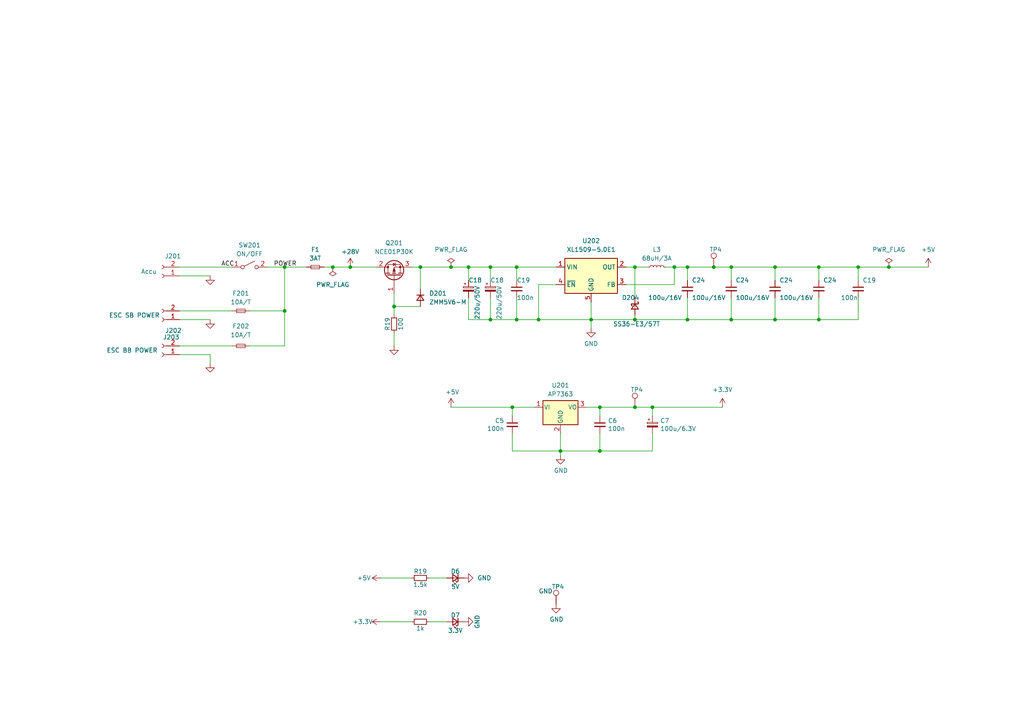
<source format=kicad_sch>
(kicad_sch (version 20231120) (generator "eeschema") (generator_version "8.0")
  (paper "A4")
  (lib_symbols
    (symbol "Confocal:AP7363" (pin_names (offset 0.254))
      (property "Reference" "U203" (at 0 6.35 0))
      (property "Value" "AP7363" (at 0 3.81 0))
      (symbol "AP7363_0_1"
        (rectangle (start -5.08 -5.08) (end 5.08 1.905) (stroke (width 0.254)) (fill (type background)))
      )
      (symbol "AP7363_1_1"
        (pin power_in line (at -7.62 0 0) (length 2.54) (name "VI") (number "1"))
        (pin power_in line (at 0 -7.62 90) (length 2.54) (name "GND") (number "2"))
        (pin power_out line (at 7.62 0 180) (length 2.54) (name "VO") (number "3"))
      )
    )
    (symbol "Connector:Conn_01x02_Socket" (pin_names (offset 1.016) hide)
      (property "Reference" "J" (at 0 2.54 0))
      (property "Value" "Conn_01x02_Socket" (at 0 -5.08 0))
      (symbol "Conn_01x02_Socket_1_1"
        (arc (start 0 -2.032) (mid -0.5058 -2.54) (end 0 -3.048) (stroke (width 0.1524)))
        (polyline (pts (xy -1.27 -2.54) (xy -0.508 -2.54)) (stroke (width 0.1524)))
        (polyline (pts (xy -1.27 0) (xy -0.508 0)) (stroke (width 0.1524)))
        (arc (start 0 0.508) (mid -0.5058 0) (end 0 -0.508) (stroke (width 0.1524)))
        (pin passive line (at -5.08 0 0) (length 3.81) (name "Pin_1") (number "1"))
        (pin passive line (at -5.08 -2.54 0) (length 3.81) (name "Pin_2") (number "2"))
      )
    )
    (symbol "Connector:TestPoint" (pin_numbers hide) (pin_names (offset 0.762) hide)
      (property "Reference" "TP" (at 0 6.858 0))
      (property "Value" "TestPoint" (at 0 5.08 0))
      (symbol "TestPoint_0_1"
        (circle (center 0 3.302) (radius 0.762))
      )
      (symbol "TestPoint_1_1"
        (pin passive line (at 0 0 90) (length 2.54) (name "1") (number "1"))
      )
    )
    (symbol "Device:CP_Small" (pin_numbers hide) (pin_names (offset 0.254) hide)
      (property "Reference" "C" (at 0.254 1.778 0))
      (property "Value" "Device_CP_Small" (at 0.254 -2.032 0))
      (symbol "CP_Small_0_1"
        (rectangle (start -1.524 -0.3048) (end 1.524 -0.6858) (fill (type outline)))
        (rectangle (start -1.524 0.6858) (end 1.524 0.3048))
        (polyline (pts (xy -1.27 1.524) (xy -0.762 1.524)))
        (polyline (pts (xy -1.016 1.27) (xy -1.016 1.778)))
      )
      (symbol "CP_Small_1_1"
        (pin passive line (at 0 2.54 270) (length 1.8542) (name "~") (number "1"))
        (pin passive line (at 0 -2.54 90) (length 1.8542) (name "~") (number "2"))
      )
    )
    (symbol "Device:C_Polarized_Small" (pin_numbers hide) (pin_names (offset 0.254) hide)
      (property "Reference" "C" (at 0.254 1.778 0))
      (property "Value" "C_Polarized_Small" (at 0.254 -2.032 0))
      (symbol "C_Polarized_Small_0_1"
        (rectangle (start -1.524 -0.3048) (end 1.524 -0.6858) (fill (type outline)))
        (rectangle (start -1.524 0.6858) (end 1.524 0.3048))
        (polyline (pts (xy -1.27 1.524) (xy -0.762 1.524)))
        (polyline (pts (xy -1.016 1.27) (xy -1.016 1.778)))
      )
      (symbol "C_Polarized_Small_1_1"
        (pin passive line (at 0 2.54 270) (length 1.8542) (name "~") (number "1"))
        (pin passive line (at 0 -2.54 90) (length 1.8542) (name "~") (number "2"))
      )
    )
    (symbol "Device:C_Small" (pin_numbers hide) (pin_names (offset 0.254) hide)
      (property "Reference" "C" (at 0.254 1.778 0))
      (property "Value" "C_Small" (at 0.254 -2.032 0))
      (symbol "C_Small_0_1"
        (polyline (pts (xy -1.524 -0.508) (xy 1.524 -0.508)) (stroke (width 0.3302)))
        (polyline (pts (xy -1.524 0.508) (xy 1.524 0.508)) (stroke (width 0.3048)))
      )
      (symbol "C_Small_1_1"
        (pin passive line (at 0 2.54 270) (length 2.032) (name "~") (number "1"))
        (pin passive line (at 0 -2.54 90) (length 2.032) (name "~") (number "2"))
      )
    )
    (symbol "Device:D_Schottky_Small" (pin_numbers hide) (pin_names (offset 0.254) hide)
      (property "Reference" "D" (at -1.27 2.032 0))
      (property "Value" "D_Schottky_Small" (at -7.112 -2.032 0))
      (symbol "D_Schottky_Small_0_1"
        (polyline (pts (xy -0.762 0) (xy 0.762 0)))
        (polyline (pts (xy 0.762 -1.016) (xy -0.762 0) (xy 0.762 1.016) (xy 0.762 -1.016)) (stroke (width 0.254)))
        (polyline (pts (xy -1.27 0.762) (xy -1.27 1.016) (xy -0.762 1.016) (xy -0.762 -1.016) (xy -0.254 -1.016) (xy -0.254 -0.762)) (stroke (width 0.254)))
      )
      (symbol "D_Schottky_Small_1_1"
        (pin passive line (at -2.54 0 0) (length 1.778) (name "K") (number "1"))
        (pin passive line (at 2.54 0 180) (length 1.778) (name "A") (number "2"))
      )
    )
    (symbol "Device:D_Small" (pin_numbers hide) (pin_names (offset 0.254) hide)
      (property "Reference" "D" (at -1.27 2.032 0))
      (property "Value" "D_Small" (at -3.81 -2.032 0))
      (symbol "D_Small_0_1"
        (polyline (pts (xy -0.762 -1.016) (xy -0.762 1.016)) (stroke (width 0.254)))
        (polyline (pts (xy -0.762 0) (xy 0.762 0)))
        (polyline (pts (xy 0.762 -1.016) (xy -0.762 0) (xy 0.762 1.016) (xy 0.762 -1.016)) (stroke (width 0.254)))
      )
      (symbol "D_Small_1_1"
        (pin passive line (at -2.54 0 0) (length 1.778) (name "K") (number "1"))
        (pin passive line (at 2.54 0 180) (length 1.778) (name "A") (number "2"))
      )
    )
    (symbol "Device:Fuse_Small" (pin_numbers hide) (pin_names (offset 0.254) hide)
      (property "Reference" "F" (at 0 -1.524 0))
      (property "Value" "Fuse_Small" (at 0 1.524 0))
      (symbol "Fuse_Small_0_1"
        (rectangle (start -1.27 0.508) (end 1.27 -0.508))
        (polyline (pts (xy -1.27 0) (xy 1.27 0)))
      )
      (symbol "Fuse_Small_1_1"
        (pin passive line (at -2.54 0 0) (length 1.27) (name "~") (number "1"))
        (pin passive line (at 2.54 0 180) (length 1.27) (name "~") (number "2"))
      )
    )
    (symbol "Device:LED_Small" (pin_numbers hide) (pin_names (offset 0.254) hide)
      (property "Reference" "D" (at -1.27 3.175 0))
      (property "Value" "LED_Small" (at -4.445 -2.54 0))
      (symbol "LED_Small_0_1"
        (polyline (pts (xy -0.762 -1.016) (xy -0.762 1.016)) (stroke (width 0.254)))
        (polyline (pts (xy 1.016 0) (xy -0.762 0)))
        (polyline (pts (xy 0.762 -1.016) (xy -0.762 0) (xy 0.762 1.016) (xy 0.762 -1.016)) (stroke (width 0.254)))
        (polyline (pts (xy 0 0.762) (xy -0.508 1.27) (xy -0.254 1.27) (xy -0.508 1.27) (xy -0.508 1.016)))
        (polyline (pts (xy 0.508 1.27) (xy 0 1.778) (xy 0.254 1.778) (xy 0 1.778) (xy 0 1.524)))
      )
      (symbol "LED_Small_1_1"
        (pin passive line (at -2.54 0 0) (length 1.778) (name "K") (number "1"))
        (pin passive line (at 2.54 0 180) (length 1.778) (name "A") (number "2"))
      )
    )
    (symbol "Device:L_Small" (pin_numbers hide) (pin_names (offset 0.254) hide)
      (property "Reference" "L" (at 0.762 1.016 0))
      (property "Value" "L_Small" (at 0.762 -1.016 0))
      (symbol "L_Small_0_1"
        (arc (start 0 -2.032) (mid 0.5058 -1.524) (end 0 -1.016))
        (arc (start 0 -1.016) (mid 0.5058 -0.508) (end 0 0))
        (arc (start 0 0) (mid 0.5058 0.508) (end 0 1.016))
        (arc (start 0 1.016) (mid 0.5058 1.524) (end 0 2.032))
      )
      (symbol "L_Small_1_1"
        (pin passive line (at 0 2.54 270) (length 0.508) (name "~") (number "1"))
        (pin passive line (at 0 -2.54 90) (length 0.508) (name "~") (number "2"))
      )
    )
    (symbol "Device:Q_PMOS_GDS" (pin_names (offset 0) hide)
      (property "Reference" "Q" (at 5.08 1.27 0))
      (property "Value" "Q_PMOS_GDS" (at 5.08 -1.27 0))
      (symbol "Q_PMOS_GDS_0_1"
        (polyline (pts (xy 0.254 0) (xy -2.54 0)))
        (polyline (pts (xy 0.254 1.905) (xy 0.254 -1.905)) (stroke (width 0.254)))
        (polyline (pts (xy 0.762 -1.27) (xy 0.762 -2.286)) (stroke (width 0.254)))
        (polyline (pts (xy 0.762 0.508) (xy 0.762 -0.508)) (stroke (width 0.254)))
        (polyline (pts (xy 0.762 2.286) (xy 0.762 1.27)) (stroke (width 0.254)))
        (polyline (pts (xy 2.54 2.54) (xy 2.54 1.778)))
        (polyline (pts (xy 2.54 -2.54) (xy 2.54 0) (xy 0.762 0)))
        (polyline (pts (xy 0.762 1.778) (xy 3.302 1.778) (xy 3.302 -1.778) (xy 0.762 -1.778)))
        (polyline (pts (xy 2.286 0) (xy 1.27 0.381) (xy 1.27 -0.381) (xy 2.286 0)) (fill (type outline)))
        (polyline (pts (xy 2.794 -0.508) (xy 2.921 -0.381) (xy 3.683 -0.381) (xy 3.81 -0.254)))
        (polyline (pts (xy 3.302 -0.381) (xy 2.921 0.254) (xy 3.683 0.254) (xy 3.302 -0.381)))
        (circle (center 1.651 0) (radius 2.794) (stroke (width 0.254)))
        (circle (center 2.54 -1.778) (radius 0.254) (fill (type outline)))
        (circle (center 2.54 1.778) (radius 0.254) (fill (type outline)))
      )
      (symbol "Q_PMOS_GDS_1_1"
        (pin input line (at -5.08 0 0) (length 2.54) (name "G") (number "1"))
        (pin passive line (at 2.54 5.08 270) (length 2.54) (name "D") (number "2"))
        (pin passive line (at 2.54 -5.08 90) (length 2.54) (name "S") (number "3"))
      )
    )
    (symbol "Device:R_Small" (pin_numbers hide) (pin_names (offset 0.254) hide)
      (property "Reference" "R" (at 0.762 0.508 0))
      (property "Value" "R_Small" (at 0.762 -1.016 0))
      (symbol "R_Small_0_1"
        (rectangle (start -0.762 1.778) (end 0.762 -1.778) (stroke (width 0.2032)))
      )
      (symbol "R_Small_1_1"
        (pin passive line (at 0 2.54 270) (length 0.762) (name "~") (number "1"))
        (pin passive line (at 0 -2.54 90) (length 0.762) (name "~") (number "2"))
      )
    )
    (symbol "Regulator_Switching:XL1509-5.0"
      (property "Reference" "U" (at -7.112 6.096 0))
      (property "Value" "XL1509-5.0" (at 5.842 6.096 0))
      (symbol "XL1509-5.0_0_1"
        (rectangle (start -7.62 5.08) (end 7.62 -5.08) (stroke (width 0.254)) (fill (type background)))
      )
      (symbol "XL1509-5.0_1_1"
        (pin power_in line (at -10.16 2.54 0) (length 2.54) (name "VIN") (number "1"))
        (pin power_out line (at 10.16 2.54 180) (length 2.54) (name "OUT") (number "2"))
        (pin input line (at 10.16 -2.54 180) (length 2.54) (name "FB") (number "3"))
        (pin input line (at -10.16 -2.54 0) (length 2.54) (name "~{EN}") (number "4"))
        (pin power_in line (at 0 -7.62 90) (length 2.54) (name "GND") (number "5"))
        (pin passive line (at 0 -7.62 90) (length 2.54) hide (name "GND") (number "6"))
        (pin passive line (at 0 -7.62 90) (length 2.54) hide (name "GND") (number "7"))
        (pin passive line (at 0 -7.62 90) (length 2.54) hide (name "GND") (number "8"))
      )
    )
    (symbol "Switch:SW_SPST" (pin_names (offset 0) hide)
      (property "Reference" "SW" (at 0 3.175 0))
      (property "Value" "SW_SPST" (at 0 -2.54 0))
      (symbol "SW_SPST_0_0"
        (circle (center -2.032 0) (radius 0.508))
        (polyline (pts (xy -1.524 0.254) (xy 1.524 1.778)))
        (circle (center 2.032 0) (radius 0.508))
      )
      (symbol "SW_SPST_1_1"
        (pin passive line (at -5.08 0 0) (length 2.54) (name "A") (number "1"))
        (pin passive line (at 5.08 0 180) (length 2.54) (name "B") (number "2"))
      )
    )
    (symbol "power:+28V" (power) (pin_names (offset 0))
      (property "Value" "+28V" (at 0 3.81 0))
      (symbol "+28V_0_1"
        (polyline (pts (xy -0.762 1.27) (xy 0 2.54)))
        (polyline (pts (xy 0 0) (xy 0 2.54)))
        (polyline (pts (xy 0 2.54) (xy 0.762 1.27)))
      )
      (symbol "+28V_1_1"
        (pin power_in line (at 0 0 90) (length 0) hide (name "+28V") (number "1"))
      )
    )
    (symbol "power:+3.3V" (power) (pin_names (offset 0))
      (property "Value" "+3.3V" (at 0 3.556 0))
      (symbol "+3.3V_0_1"
        (polyline (pts (xy -0.762 1.27) (xy 0 2.54)))
        (polyline (pts (xy 0 0) (xy 0 2.54)))
        (polyline (pts (xy 0 2.54) (xy 0.762 1.27)))
      )
      (symbol "+3.3V_1_1"
        (pin power_in line (at 0 0 90) (length 0) hide (name "+3.3V") (number "1"))
      )
    )
    (symbol "power:+5V" (power) (pin_names (offset 0))
      (property "Value" "+5V" (at 0 3.556 0))
      (symbol "+5V_0_1"
        (polyline (pts (xy -0.762 1.27) (xy 0 2.54)))
        (polyline (pts (xy 0 0) (xy 0 2.54)))
        (polyline (pts (xy 0 2.54) (xy 0.762 1.27)))
      )
      (symbol "+5V_1_1"
        (pin power_in line (at 0 0 90) (length 0) hide (name "+5V") (number "1"))
      )
    )
    (symbol "power:GND" (power) (pin_names (offset 0))
      (property "Value" "GND" (at 0 -3.81 0))
      (symbol "GND_0_1"
        (polyline (pts (xy 0 0) (xy 0 -1.27) (xy 1.27 -1.27) (xy 0 -2.54) (xy -1.27 -1.27) (xy 0 -1.27)))
      )
      (symbol "GND_1_1"
        (pin power_in line (at 0 0 270) (length 0) hide (name "GND") (number "1"))
      )
    )
    (symbol "power:PWR_FLAG" (power) (pin_numbers hide) (pin_names (offset 0) hide)
      (property "Value" "PWR_FLAG" (at 0 3.81 0))
      (symbol "PWR_FLAG_0_0"
        (pin power_out line (at 0 0 90) (length 0) (name "pwr") (number "1"))
      )
      (symbol "PWR_FLAG_0_1"
        (polyline (pts (xy 0 0) (xy 0 1.27) (xy -1.016 1.905) (xy 0 2.54) (xy 1.016 1.905) (xy 0 1.27)))
      )
    )
  )
  (junction (at 224.79 77.47))
  (junction (at 135.89 77.47))
  (junction (at 207.01 77.47))
  (junction (at 149.86 77.47))
  (junction (at 114.3 88.9))
  (junction (at 257.81 77.47))
  (junction (at 142.24 92.71))
  (junction (at 173.99 118.11))
  (junction (at 237.49 77.47))
  (junction (at 82.55 77.47))
  (junction (at 121.92 77.47))
  (junction (at 149.86 92.71))
  (junction (at 212.09 92.71))
  (junction (at 224.79 92.71))
  (junction (at 184.15 118.11))
  (junction (at 199.39 77.47))
  (junction (at 173.99 130.81))
  (junction (at 212.09 77.47))
  (junction (at 189.23 118.11))
  (junction (at 195.58 77.47))
  (junction (at 156.21 92.71))
  (junction (at 248.92 77.47))
  (junction (at 199.39 92.71))
  (junction (at 101.6 77.47))
  (junction (at 171.45 92.71))
  (junction (at 162.56 130.81))
  (junction (at 82.55 90.17))
  (junction (at 130.81 77.47))
  (junction (at 148.59 118.11))
  (junction (at 237.49 92.71))
  (junction (at 96.52 77.47))
  (junction (at 184.15 77.47))
  (junction (at 142.24 77.47))
  (junction (at 184.15 92.71))
  (wire (pts (xy 124.46 180.34) (xy 129.54 180.34)))
  (wire (pts (xy 193.04 77.47) (xy 195.58 77.47)))
  (wire (pts (xy 171.45 87.63) (xy 171.45 92.71)))
  (wire (pts (xy 212.09 92.71) (xy 224.79 92.71)))
  (wire (pts (xy 184.15 91.44) (xy 184.15 92.71)))
  (wire (pts (xy 101.6 77.47) (xy 109.22 77.47)))
  (wire (pts (xy 52.07 102.87) (xy 60.96 102.87)))
  (wire (pts (xy 77.47 77.47) (xy 82.55 77.47)))
  (wire (pts (xy 248.92 92.71) (xy 248.92 86.36)))
  (wire (pts (xy 142.24 77.47) (xy 135.89 77.47)))
  (wire (pts (xy 119.38 77.47) (xy 121.92 77.47)))
  (wire (pts (xy 52.07 77.47) (xy 67.31 77.47)))
  (wire (pts (xy 173.99 118.11) (xy 184.15 118.11)))
  (wire (pts (xy 237.49 77.47) (xy 248.92 77.47)))
  (wire (pts (xy 173.99 120.65) (xy 173.99 118.11)))
  (wire (pts (xy 156.21 82.55) (xy 156.21 92.71)))
  (wire (pts (xy 52.07 92.71) (xy 60.96 92.71)))
  (wire (pts (xy 224.79 92.71) (xy 237.49 92.71)))
  (wire (pts (xy 142.24 77.47) (xy 142.24 81.28)))
  (wire (pts (xy 149.86 77.47) (xy 149.86 81.28)))
  (wire (pts (xy 60.96 102.87) (xy 60.96 105.41)))
  (wire (pts (xy 224.79 86.36) (xy 224.79 92.71)))
  (wire (pts (xy 52.07 100.33) (xy 67.31 100.33)))
  (wire (pts (xy 142.24 77.47) (xy 149.86 77.47)))
  (wire (pts (xy 114.3 96.52) (xy 114.3 100.33)))
  (wire (pts (xy 173.99 125.73) (xy 173.99 130.81)))
  (wire (pts (xy 199.39 92.71) (xy 212.09 92.71)))
  (wire (pts (xy 114.3 88.9) (xy 114.3 85.09)))
  (wire (pts (xy 124.46 167.64) (xy 129.54 167.64)))
  (wire (pts (xy 237.49 77.47) (xy 237.49 81.28)))
  (wire (pts (xy 93.98 77.47) (xy 96.52 77.47)))
  (wire (pts (xy 161.29 77.47) (xy 149.86 77.47)))
  (wire (pts (xy 72.39 90.17) (xy 82.55 90.17)))
  (wire (pts (xy 135.89 77.47) (xy 135.89 81.28)))
  (wire (pts (xy 82.55 77.47) (xy 88.9 77.47)))
  (wire (pts (xy 224.79 77.47) (xy 224.79 81.28)))
  (wire (pts (xy 199.39 77.47) (xy 207.01 77.47)))
  (wire (pts (xy 237.49 86.36) (xy 237.49 92.71)))
  (wire (pts (xy 135.89 86.36) (xy 135.89 92.71)))
  (wire (pts (xy 162.56 125.73) (xy 162.56 130.81)))
  (wire (pts (xy 248.92 77.47) (xy 248.92 81.28)))
  (wire (pts (xy 156.21 92.71) (xy 171.45 92.71)))
  (wire (pts (xy 224.79 77.47) (xy 237.49 77.47)))
  (wire (pts (xy 149.86 92.71) (xy 156.21 92.71)))
  (wire (pts (xy 149.86 86.36) (xy 149.86 92.71)))
  (wire (pts (xy 82.55 100.33) (xy 72.39 100.33)))
  (wire (pts (xy 148.59 118.11) (xy 154.94 118.11)))
  (wire (pts (xy 52.07 90.17) (xy 67.31 90.17)))
  (wire (pts (xy 162.56 132.08) (xy 162.56 130.81)))
  (wire (pts (xy 212.09 77.47) (xy 224.79 77.47)))
  (wire (pts (xy 135.89 92.71) (xy 142.24 92.71)))
  (wire (pts (xy 148.59 125.73) (xy 148.59 130.81)))
  (wire (pts (xy 114.3 88.9) (xy 114.3 91.44)))
  (wire (pts (xy 52.07 80.01) (xy 60.96 80.01)))
  (wire (pts (xy 161.29 82.55) (xy 156.21 82.55)))
  (wire (pts (xy 199.39 77.47) (xy 199.39 81.28)))
  (wire (pts (xy 110.49 167.64) (xy 119.38 167.64)))
  (wire (pts (xy 207.01 77.47) (xy 212.09 77.47)))
  (wire (pts (xy 184.15 92.71) (xy 199.39 92.71)))
  (wire (pts (xy 257.81 77.47) (xy 248.92 77.47)))
  (wire (pts (xy 181.61 77.47) (xy 184.15 77.47)))
  (wire (pts (xy 170.18 118.11) (xy 173.99 118.11)))
  (wire (pts (xy 195.58 77.47) (xy 199.39 77.47)))
  (wire (pts (xy 142.24 86.36) (xy 142.24 92.71)))
  (wire (pts (xy 171.45 92.71) (xy 184.15 92.71)))
  (wire (pts (xy 189.23 125.73) (xy 189.23 130.81)))
  (wire (pts (xy 142.24 92.71) (xy 149.86 92.71)))
  (wire (pts (xy 82.55 77.47) (xy 82.55 90.17)))
  (wire (pts (xy 212.09 77.47) (xy 212.09 81.28)))
  (wire (pts (xy 121.92 77.47) (xy 121.92 83.82)))
  (wire (pts (xy 121.92 88.9) (xy 114.3 88.9)))
  (wire (pts (xy 110.49 180.34) (xy 119.38 180.34)))
  (wire (pts (xy 148.59 120.65) (xy 148.59 118.11)))
  (wire (pts (xy 212.09 86.36) (xy 212.09 92.71)))
  (wire (pts (xy 195.58 77.47) (xy 195.58 82.55)))
  (wire (pts (xy 199.39 86.36) (xy 199.39 92.71)))
  (wire (pts (xy 189.23 130.81) (xy 173.99 130.81)))
  (wire (pts (xy 189.23 120.65) (xy 189.23 118.11)))
  (wire (pts (xy 269.24 77.47) (xy 257.81 77.47)))
  (wire (pts (xy 130.81 118.11) (xy 148.59 118.11)))
  (wire (pts (xy 121.92 77.47) (xy 130.81 77.47)))
  (wire (pts (xy 195.58 82.55) (xy 181.61 82.55)))
  (wire (pts (xy 184.15 77.47) (xy 187.96 77.47)))
  (wire (pts (xy 237.49 92.71) (xy 248.92 92.71)))
  (wire (pts (xy 96.52 77.47) (xy 101.6 77.47)))
  (wire (pts (xy 148.59 130.81) (xy 162.56 130.81)))
  (wire (pts (xy 184.15 77.47) (xy 184.15 86.36)))
  (wire (pts (xy 189.23 118.11) (xy 209.55 118.11)))
  (wire (pts (xy 82.55 90.17) (xy 82.55 100.33)))
  (wire (pts (xy 130.81 77.47) (xy 135.89 77.47)))
  (wire (pts (xy 162.56 130.81) (xy 173.99 130.81)))
  (wire (pts (xy 184.15 118.11) (xy 189.23 118.11)))
  (wire (pts (xy 171.45 92.71) (xy 171.45 95.25)))
  (label "ACC" (at 64.135 77.47 0))
  (label "POWER" (at 79.375 77.47 0))
  (symbol (lib_id "Device:C_Small") (at 224.79 83.82 0) (unit 1)
    (property "Reference" "C24" (at 226.06 81.28 0) (effects (justify left)))
    (property "Value" "100u/16V" (at 213.36 86.36 0) (effects (justify left)))
    (property "Footprint" "Capacitor_SMD:C_1210_3225Metric" (effects (hide yes)))
    (property "LCSC" "C90143" (effects (hide yes)))
    (instances (project "NIKOLA-02-E-001_PCAScannerController_R1" (path "" (reference "C24") (unit 1))) (project "Nice-Buoy-V1_0" (path "" (reference "C209") (unit 1))))
  )
  (symbol (lib_id "Device:C_Small") (at 248.92 83.82 0) (unit 1)
    (property "Reference" "C19" (at 250.19 81.28 0) (effects (justify left)))
    (property "Value" "100n" (at 243.84 86.36 0) (effects (justify left)))
    (property "Footprint" "A_Device:C_0603" (effects (hide yes)))
    (property "LCSC" "C14663" (effects (hide yes)))
    (instances (project "NIKOLA-02-E-001_PCAScannerController_R1" (path "" (reference "C19") (unit 1))) (project "Nice-Buoy-V1_0" (path "" (reference "C211") (unit 1))))
  )
  (symbol (lib_id "Device:D_Schottky_Small") (at 184.15 88.9 270) (unit 1)
    (property "Reference" "D204" (at 180.34 86.36 90) (effects (justify left)))
    (property "Value" "SS36-E3/57T" (at 177.8 93.98 90) (effects (justify left)))
    (property "Footprint" "A_Device:D_SMC_7.1x6.2x2.65" (effects (hide yes)))
    (property "Datasheet" "https://datasheet.lcsc.com/lcsc/1809042323_Vishay-Intertech-SS36-E3-57T_C35722.pdf" (effects (hide yes)))
    (property "LCSC" "C35722" (effects (hide yes)))
  )
  (symbol (lib_id "power:+3.3V") (at 110.49 180.34 90) (unit 1)
    (property "Reference" "#PWR020" (effects (hide yes)))
    (property "Value" "+3.3V" (at 102.235 180.34 90) (effects (justify right)))
    (instances (project "NIKOLA-02-E-001_PCAScannerController_R1" (path "" (reference "#PWR020") (unit 1))) (project "Nice-Buoy-V1_0" (path "" (reference "#PWR0206") (unit 1))))
  )
  (symbol (lib_id "power:PWR_FLAG") (at 257.81 77.47 0) (unit 1)
    (property "Reference" "#FLG0203" (effects (hide yes)))
    (property "Value" "PWR_FLAG" (at 257.81 72.39 0))
  )
  (symbol (lib_id "Regulator_Switching:XL1509-5.0") (at 171.45 80.01 0) (unit 1)
    (property "Reference" "U202" (at 171.45 69.85 0))
    (property "Value" "XL1509-5.0E1" (at 171.45 72.39 0))
    (property "Footprint" "Package_SO:SOIC-8_3.9x4.9mm_P1.27mm" (effects (hide yes)))
    (property "Datasheet" "https://datasheet.lcsc.com/lcsc/1809050422_XLSEMI-XL1509-5-0E1_C61063.pdf" (effects (hide yes)))
    (property "LCSC" "C61063" (effects (hide yes)))
  )
  (symbol (lib_id "power:+3.3V") (at 209.55 118.11 0) (unit 1)
    (property "Reference" "#PWR0214" (effects (hide yes)))
    (property "Value" "+3.3V" (at 209.55 113.03 0))
  )
  (symbol (lib_id "power:+28V") (at 101.6 77.47 0) (unit 1)
    (property "Reference" "#PWR0204" (effects (hide yes)))
    (property "Value" "+28V" (at 101.6 73.025 0))
  )
  (symbol (lib_id "Switch:SW_SPST") (at 72.39 77.47 0) (unit 1)
    (property "Reference" "SW201" (at 72.39 71.12 0))
    (property "Value" "ON/OFF" (at 72.39 73.66 0))
    (property "Footprint" "TerminalBlock_Phoenix:TerminalBlock_Phoenix_PT-1,5-2-3.5-H_1x02_P3.50mm_Horizontal" (effects (hide yes)))
  )
  (symbol (lib_id "Connector:Conn_01x02_Socket") (at 46.99 80.01 180) (unit 1)
    (property "Reference" "J201" (at 50.165 74.295 0))
    (property "Value" "Accu" (at 43.18 78.74 0))
    (property "Footprint" "A_Connector:AMASS_XT60-M_1x02_P7.20mm_Vertical" (effects (hide yes)))
    (property "Datasheet" "chrome-extension://efaidnbmnnnibpcajpcglclefindmkaj/https://datasheet.lcsc.com/lcsc/1810251322_Changzhou-Amass-Elec-XT60-F_C98734.pdf" (effects (hide yes)))
    (property "LCSC" "C98733" (effects (hide yes)))
    (property "Type" " XT60" (effects (hide yes)))
  )
  (symbol (lib_id "Device:C_Polarized_Small") (at 142.24 83.82 0) (unit 1)
    (property "Reference" "C18" (at 142.24 81.28 0) (effects (justify left)))
    (property "Value" "220u/50V" (at 144.78 92.71 90) (effects (justify left)))
    (property "Footprint" "A_Device:CP_ALU_D10x10.5" (effects (hide yes)))
    (property "LCSC" "C125977" (effects (hide yes)))
    (instances (project "NIKOLA-02-E-001_PCAScannerController_R1" (path "" (reference "C18") (unit 1))) (project "Nice-Buoy-V1_0" (path "" (reference "C202") (unit 1))))
  )
  (symbol (lib_id "Device:C_Small") (at 199.39 83.82 0) (unit 1)
    (property "Reference" "C24" (at 200.66 81.28 0) (effects (justify left)))
    (property "Value" "100u/16V" (at 187.96 86.36 0) (effects (justify left)))
    (property "Footprint" "Capacitor_SMD:C_1210_3225Metric" (effects (hide yes)))
    (property "LCSC" "C90143" (effects (hide yes)))
    (instances (project "NIKOLA-02-E-001_PCAScannerController_R1" (path "" (reference "C24") (unit 1))) (project "Nice-Buoy-V1_0" (path "" (reference "C207") (unit 1))))
  )
  (symbol (lib_id "power:+5V") (at 269.24 77.47 0) (unit 1)
    (property "Reference" "#PWR0215" (effects (hide yes)))
    (property "Value" "+5V" (at 269.24 72.39 0))
  )
  (symbol (lib_id "Device:L_Small") (at 190.5 77.47 90) (unit 1)
    (property "Reference" "L3" (at 190.5 72.39 90))
    (property "Value" "68uH/3A" (at 190.5 74.93 90))
    (property "Footprint" "A_Device:L_11.5x10.0mm" (effects (hide yes)))
    (property "LCSC" "C497902" (effects (hide yes)))
    (instances (project "NIKOLA-02-E-001_PCAScannerController_R1" (path "" (reference "L3") (unit 1))) (project "Nice-Buoy-V1_0" (path "" (reference "L201") (unit 1))))
  )
  (symbol (lib_id "power:GND") (at 134.62 180.34 90) (unit 1)
    (property "Reference" "#PWR024" (effects (hide yes)))
    (property "Value" "GND" (at 138.43 180.34 0))
    (instances (project "NIKOLA-02-E-001_PCAScannerController_R1" (path "" (reference "#PWR024") (unit 1))) (project "Nice-Buoy-V1_0" (path "" (reference "#PWR0210") (unit 1))))
  )
  (symbol (lib_id "Device:R_Small") (at 114.3 93.98 180) (unit 1)
    (property "Reference" "R19" (at 112.395 93.98 90))
    (property "Value" "100" (at 116.205 93.98 90))
    (property "Footprint" "A_Device:R_0603" (effects (hide yes)))
    (property "LCSC" "C22843" (effects (hide yes)))
    (instances (project "NIKOLA-02-E-001_PCAScannerController_R1" (path "" (reference "R19") (unit 1))) (project "Nice-Buoy-V1_0" (path "" (reference "R201") (unit 1))))
  )
  (symbol (lib_id "Device:LED_Small") (at 132.08 167.64 180) (unit 1)
    (property "Reference" "D6" (at 132.08 165.735 0))
    (property "Value" "5V" (at 132.08 170.18 0))
    (property "Footprint" "LED_SMD:LED_0603_1608Metric" (effects (hide yes)))
    (property "Datasheet" "https://datasheet.lcsc.com/szlcsc/Hubei-KENTO-Elec-KT-0603R_C2286.pdf" (effects (hide yes)))
    (property "LCSC" "C72043" (effects (hide yes)))
    (instances (project "NIKOLA-02-E-001_PCAScannerController_R1" (path "" (reference "D6") (unit 1))) (project "Nice-Buoy-V1_0" (path "" (reference "D202") (unit 1))))
  )
  (symbol (lib_id "power:PWR_FLAG") (at 130.81 77.47 0) (unit 1)
    (property "Reference" "#FLG0202" (effects (hide yes)))
    (property "Value" "PWR_FLAG" (at 130.81 72.39 0))
  )
  (symbol (lib_id "power:GND") (at 171.45 95.25 0) (unit 1)
    (property "Reference" "#PWR0213" (effects (hide yes)))
    (property "Value" "GND" (at 171.45 99.695 0))
  )
  (symbol (lib_id "Connector:Conn_01x02_Socket") (at 46.99 92.71 180) (unit 1)
    (property "Reference" "J202" (at 52.705 95.885 0) (effects (justify left)))
    (property "Value" "ESC SB POWER" (at 46.355 91.44 0) (effects (justify left)))
    (property "Footprint" "A_Connector:AMASS_XT60-F_1x02_P7.20mm_Vertical" (effects (hide yes)))
    (property "Datasheet" "chrome-extension://efaidnbmnnnibpcajpcglclefindmkaj/https://datasheet.lcsc.com/lcsc/1810251322_Changzhou-Amass-Elec-XT60-F_C98734.pdf" (effects (hide yes)))
    (property "LCSC" "C98734" (effects (hide yes)))
    (property "Type" " XT60-F" (effects (hide yes)))
  )
  (symbol (lib_id "Device:Fuse_Small") (at 91.44 77.47 0) (unit 1)
    (property "Reference" "F1" (at 91.44 72.39 0))
    (property "Value" "3AT" (at 91.44 74.93 0))
    (property "Footprint" "Fuse:Fuse_1812_4532Metric" (effects (hide yes)))
    (property "LCSC" "C269140" (effects (hide yes)))
    (instances (project "NIKOLA-02-E-001_PCAScannerController_R1" (path "" (reference "F1") (unit 1))) (project "Nice-Buoy-V1_0" (path "" (reference "F203") (unit 1))))
  )
  (symbol (lib_id "Device:C_Small") (at 212.09 83.82 0) (unit 1)
    (property "Reference" "C24" (at 213.36 81.28 0) (effects (justify left)))
    (property "Value" "100u/16V" (at 200.66 86.36 0) (effects (justify left)))
    (property "Footprint" "Capacitor_SMD:C_1210_3225Metric" (effects (hide yes)))
    (property "LCSC" "C90143" (effects (hide yes)))
    (instances (project "NIKOLA-02-E-001_PCAScannerController_R1" (path "" (reference "C24") (unit 1))) (project "Nice-Buoy-V1_0" (path "" (reference "C208") (unit 1))))
  )
  (symbol (lib_id "power:GND") (at 114.3 100.33 0) (unit 1)
    (property "Reference" "#PWR0207" (effects (hide yes)))
    (property "Value" "GND" (effects (hide yes)))
  )
  (symbol (lib_id "Device:C_Polarized_Small") (at 135.89 83.82 0) (unit 1)
    (property "Reference" "C18" (at 135.89 81.28 0) (effects (justify left)))
    (property "Value" "220u/50V" (at 138.43 92.71 90) (effects (justify left)))
    (property "Footprint" "A_Device:CP_ALU_D10x10.5" (effects (hide yes)))
    (property "LCSC" "C125977" (effects (hide yes)))
    (instances (project "NIKOLA-02-E-001_PCAScannerController_R1" (path "" (reference "C18") (unit 1))) (project "Nice-Buoy-V1_0" (path "" (reference "C201") (unit 1))))
  )
  (symbol (lib_id "Device:Q_PMOS_GDS") (at 114.3 80.01 90) (unit 1)
    (property "Reference" "Q201" (at 114.3 70.485 90))
    (property "Value" "NCE01P30K" (at 114.3 73.025 90))
    (property "Footprint" "Package_TO_SOT_SMD:TO-252-2" (effects (hide yes)))
    (property "Datasheet" "chrome-extension://efaidnbmnnnibpcajpcglclefindmkaj/https://datasheet.lcsc.com/szlcsc/1912111437_Wuxi-NCE-Power-Semiconductor-NCE01P30K_C115991.pdf" (effects (hide yes)))
    (property "LCSC" "C115991" (effects (hide yes)))
  )
  (symbol (lib_id "Device:C_Small") (at 149.86 83.82 0) (unit 1)
    (property "Reference" "C19" (at 149.86 81.28 0) (effects (justify left)))
    (property "Value" "100n" (at 149.86 86.36 0) (effects (justify left)))
    (property "Footprint" "A_Device:C_0603" (effects (hide yes)))
    (property "LCSC" "C14663" (effects (hide yes)))
    (instances (project "NIKOLA-02-E-001_PCAScannerController_R1" (path "" (reference "C19") (unit 1))) (project "Nice-Buoy-V1_0" (path "" (reference "C204") (unit 1))))
  )
  (symbol (lib_id "Device:Fuse_Small") (at 69.85 90.17 0) (unit 1)
    (property "Reference" "F201" (at 69.85 85.09 0))
    (property "Value" "10A/T" (at 69.85 87.63 0))
    (property "Footprint" "Fuse:Fuseholder_Cylinder-5x20mm_Schurter_0031_8201_Horizontal_Open" (effects (hide yes)))
    (property "LCSC" "C842712" (effects (hide yes)))
  )
  (symbol (lib_id "Device:R_Small") (at 121.92 180.34 270) (unit 1)
    (property "Reference" "R20" (at 121.92 177.8 90))
    (property "Value" "1k" (at 121.92 182.245 90))
    (property "Footprint" "A_Device:R_0603" (effects (hide yes)))
    (property "LCSC" "C21190" (effects (hide yes)))
    (instances (project "NIKOLA-02-E-001_PCAScannerController_R1" (path "" (reference "R20") (unit 1))) (project "Nice-Buoy-V1_0" (path "" (reference "R203") (unit 1))))
  )
  (symbol (lib_id "power:GND") (at 161.29 175.26 0) (unit 1)
    (property "Reference" "#PWR07" (effects (hide yes)))
    (property "Value" "GND" (at 161.417 179.6542 0))
    (instances (project "Smartbox4.0_V1.3" (path "" (reference "#PWR07") (unit 1))) (project "Nice-Buoy-V1_0" (path "" (reference "#PWR0211") (unit 1))))
  )
  (symbol (lib_id "Device:R_Small") (at 121.92 167.64 90) (unit 1)
    (property "Reference" "R19" (at 121.92 165.735 90))
    (property "Value" "1.5k" (at 121.92 169.545 90))
    (property "Footprint" "A_Device:R_0603" (effects (hide yes)))
    (property "LCSC" "C22843" (effects (hide yes)))
    (instances (project "NIKOLA-02-E-001_PCAScannerController_R1" (path "" (reference "R19") (unit 1))) (project "Nice-Buoy-V1_0" (path "" (reference "R202") (unit 1))))
  )
  (symbol (lib_id "Connector:Conn_01x02_Socket") (at 46.99 102.87 180) (unit 1)
    (property "Reference" "J203" (at 52.07 97.79 0) (effects (justify left)))
    (property "Value" "ESC BB POWER" (at 45.72 101.6 0) (effects (justify left)))
    (property "Footprint" "A_Connector:AMASS_XT60-F_1x02_P7.20mm_Vertical" (effects (hide yes)))
    (property "Datasheet" "chrome-extension://efaidnbmnnnibpcajpcglclefindmkaj/https://datasheet.lcsc.com/lcsc/1810251322_Changzhou-Amass-Elec-XT60-F_C98734.pdf" (effects (hide yes)))
    (property "LCSC" "C98734" (effects (hide yes)))
    (property "Type" " XT60-F" (effects (hide yes)))
  )
  (symbol (lib_id "Device:LED_Small") (at 132.08 180.34 180) (unit 1)
    (property "Reference" "D7" (at 132.08 178.435 0))
    (property "Value" "3.3V" (at 132.08 182.88 0))
    (property "Footprint" "LED_SMD:LED_0603_1608Metric" (effects (hide yes)))
    (property "Datasheet" "https://datasheet.lcsc.com/szlcsc/Hubei-KENTO-Elec-KT-0603R_C2286.pdf" (effects (hide yes)))
    (property "LCSC" "C72043" (effects (hide yes)))
    (instances (project "NIKOLA-02-E-001_PCAScannerController_R1" (path "" (reference "D7") (unit 1))) (project "Nice-Buoy-V1_0" (path "" (reference "D203") (unit 1))))
  )
  (symbol (lib_id "power:GND") (at 162.56 132.08 0) (unit 1)
    (property "Reference" "#PWR07" (effects (hide yes)))
    (property "Value" "GND" (at 162.687 136.4742 0))
    (instances (project "Smartbox4.0_V1.3" (path "" (reference "#PWR07") (unit 1))) (project "Nice-Buoy-V1_0" (path "" (reference "#PWR0212") (unit 1))))
  )
  (symbol (lib_id "Device:Fuse_Small") (at 69.85 100.33 0) (unit 1)
    (property "Reference" "F202" (at 69.85 94.615 0))
    (property "Value" "10A/T" (at 69.85 97.155 0))
    (property "Footprint" "Fuse:Fuseholder_Cylinder-5x20mm_Schurter_0031_8201_Horizontal_Open" (effects (hide yes)))
    (property "LCSC" "C842712" (effects (hide yes)))
  )
  (symbol (lib_id "Device:C_Small") (at 173.99 123.19 0) (unit 1)
    (property "Reference" "C6" (at 176.3268 122.0216 0) (effects (justify left)))
    (property "Value" "100n" (at 176.3268 124.333 0) (effects (justify left)))
    (property "Footprint" "A_Device:C_0603" (effects (hide yes)))
    (property "LCSC" "C14663" (effects (hide yes)))
    (instances (project "Smartbox4.0_V1.3" (path "" (reference "C6") (unit 1))) (project "Nice-Buoy-V1_0" (path "" (reference "C205") (unit 1))))
  )
  (symbol (lib_id "power:GND") (at 60.96 92.71 0) (unit 1)
    (property "Reference" "#PWR0202" (effects (hide yes)))
    (property "Value" "GND" (effects (hide yes)))
  )
  (symbol (lib_id "power:+5V") (at 130.81 118.11 0) (unit 1)
    (property "Reference" "#PWR06" (effects (hide yes)))
    (property "Value" "+5V" (at 131.191 113.7158 0))
    (instances (project "Smartbox4.0_V1.3" (path "" (reference "#PWR06") (unit 1))) (project "Nice-Buoy-V1_0" (path "" (reference "#PWR0208") (unit 1))))
  )
  (symbol (lib_id "Device:C_Small") (at 237.49 83.82 0) (unit 1)
    (property "Reference" "C24" (at 238.76 81.28 0) (effects (justify left)))
    (property "Value" "100u/16V" (at 226.06 86.36 0) (effects (justify left)))
    (property "Footprint" "Capacitor_SMD:C_1210_3225Metric" (effects (hide yes)))
    (property "LCSC" "C90143" (effects (hide yes)))
    (instances (project "NIKOLA-02-E-001_PCAScannerController_R1" (path "" (reference "C24") (unit 1))) (project "Nice-Buoy-V1_0" (path "" (reference "C210") (unit 1))))
  )
  (symbol (lib_id "Connector:TestPoint") (at 161.29 175.26 0) (unit 1)
    (property "Reference" "TP4" (at 160.02 170.18 0) (effects (justify left)))
    (property "Value" "GND" (at 156.21 171.45 0) (effects (justify left)))
    (property "Footprint" "A_Pads_Pins:Testpoint_0.9x1.5" (effects (hide yes)))
    (property "Farnell" "-" (effects (hide yes)))
    (instances (project "Smartbox4.0_V1.3" (path "" (reference "TP4") (unit 1))) (project "Nice-Buoy-V1_0" (path "" (reference "TP201") (unit 1))))
  )
  (symbol (lib_id "Device:C_Small") (at 148.59 123.19 0) (mirror y) (unit 1)
    (property "Reference" "C5" (at 146.2532 122.0216 0) (effects (justify left)))
    (property "Value" "100n" (at 146.2532 124.333 0) (effects (justify left)))
    (property "Footprint" "A_Device:C_0603" (effects (hide yes)))
    (property "LCSC" "C14663" (effects (hide yes)))
    (instances (project "Smartbox4.0_V1.3" (path "" (reference "C5") (unit 1))) (project "Nice-Buoy-V1_0" (path "" (reference "C203") (unit 1))))
  )
  (symbol (lib_id "power:GND") (at 134.62 167.64 90) (unit 1)
    (property "Reference" "#PWR023" (effects (hide yes)))
    (property "Value" "GND" (at 138.43 167.6399 90) (effects (justify right)))
    (instances (project "NIKOLA-02-E-001_PCAScannerController_R1" (path "" (reference "#PWR023") (unit 1))) (project "Nice-Buoy-V1_0" (path "" (reference "#PWR0209") (unit 1))))
  )
  (symbol (lib_id "Device:D_Small") (at 121.92 86.36 270) (unit 1)
    (property "Reference" "D201" (at 124.46 85.09 90) (effects (justify left)))
    (property "Value" "ZMM5V6-M" (at 124.46 87.63 90) (effects (justify left)))
    (property "Footprint" "A_Device:D_MiniMELF" (effects (hide yes)))
    (property "Datasheet" "https://datasheet.lcsc.com/lcsc/1809301215_MDD-Microdiode-Electronics--SM4007PL_C64898.pdf" (effects (hide yes)))
    (property "Sim.Device" "D" (effects (hide yes)))
    (property "Sim.Pins" "1=K 2=A" (effects (hide yes)))
    (property "LCSC" "C8062" (effects (hide yes)))
  )
  (symbol (lib_id "power:GND") (at 60.96 80.01 0) (unit 1)
    (property "Reference" "#PWR0201" (effects (hide yes)))
    (property "Value" "GND" (effects (hide yes)))
  )
  (symbol (lib_id "Connector:TestPoint") (at 184.15 118.11 0) (unit 1)
    (property "Reference" "TP4" (at 182.88 113.03 0) (effects (justify left)))
    (property "Value" "3V3" (effects (hide yes)))
    (property "Footprint" "A_Pads_Pins:Testpoint_0.9x1.5" (effects (hide yes)))
    (property "Farnell" "-" (effects (hide yes)))
    (instances (project "Smartbox4.0_V1.3" (path "" (reference "TP4") (unit 1))) (project "Nice-Buoy-V1_0" (path "" (reference "TP202") (unit 1))))
  )
  (symbol (lib_id "power:+5V") (at 110.49 167.64 90) (unit 1)
    (property "Reference" "#PWR019" (effects (hide yes)))
    (property "Value" "+5V" (at 103.505 167.64 90) (effects (justify right)))
    (instances (project "NIKOLA-02-E-001_PCAScannerController_R1" (path "" (reference "#PWR019") (unit 1))) (project "Nice-Buoy-V1_0" (path "" (reference "#PWR0205") (unit 1))))
  )
  (symbol (lib_id "Confocal:AP7363") (at 162.56 118.11 0) (unit 1)
    (property "Reference" "U201" (at 162.56 111.76 0))
    (property "Value" "AP7363" (at 162.56 114.3 0))
    (property "Footprint" "Package_TO_SOT_SMD:TO-252-2" (effects (hide yes)))
    (property "Datasheet" "https://www.diodes.com/assets/Datasheets/AP7363.pdf" (effects (hide yes)))
    (property "LCSC" "C108723" (effects (hide yes)))
  )
  (symbol (lib_id "power:GND") (at 60.96 105.41 0) (unit 1)
    (property "Reference" "#PWR0203" (effects (hide yes)))
    (property "Value" "GND" (effects (hide yes)))
  )
  (symbol (lib_id "Device:CP_Small") (at 189.23 123.19 0) (unit 1)
    (property "Reference" "C7" (at 191.4652 122.0216 0) (effects (justify left)))
    (property "Value" "100u/6.3V" (at 191.4652 124.333 0) (effects (justify left)))
    (property "Footprint" "A_Device:CP_TANT_3.5x2.8x1.9" (effects (hide yes)))
    (property "Datasheet" "https://datasheet.lcsc.com/szlcsc/Lelon-VE-221M1HTR-1010_C134732.pdf" (effects (hide yes)))
    (property "LCSC" "C16133" (effects (hide yes)))
    (instances (project "Smartbox4.0_V1.3" (path "" (reference "C7") (unit 1))) (project "Nice-Buoy-V1_0" (path "" (reference "C206") (unit 1))))
  )
  (symbol (lib_id "power:PWR_FLAG") (at 96.52 77.47 180) (unit 1)
    (property "Reference" "#FLG0201" (effects (hide yes)))
    (property "Value" "PWR_FLAG" (at 96.52 82.55 0))
  )
  (symbol (lib_id "Connector:TestPoint") (at 207.01 77.47 0) (unit 1)
    (property "Reference" "TP4" (at 205.74 72.39 0) (effects (justify left)))
    (property "Value" "5V" (effects (hide yes)))
    (property "Footprint" "A_Pads_Pins:Testpoint_0.9x1.5" (effects (hide yes)))
    (property "Farnell" "-" (effects (hide yes)))
    (instances (project "Smartbox4.0_V1.3" (path "" (reference "TP4") (unit 1))) (project "Nice-Buoy-V1_0" (path "" (reference "TP203") (unit 1))))
  )
)
</source>
